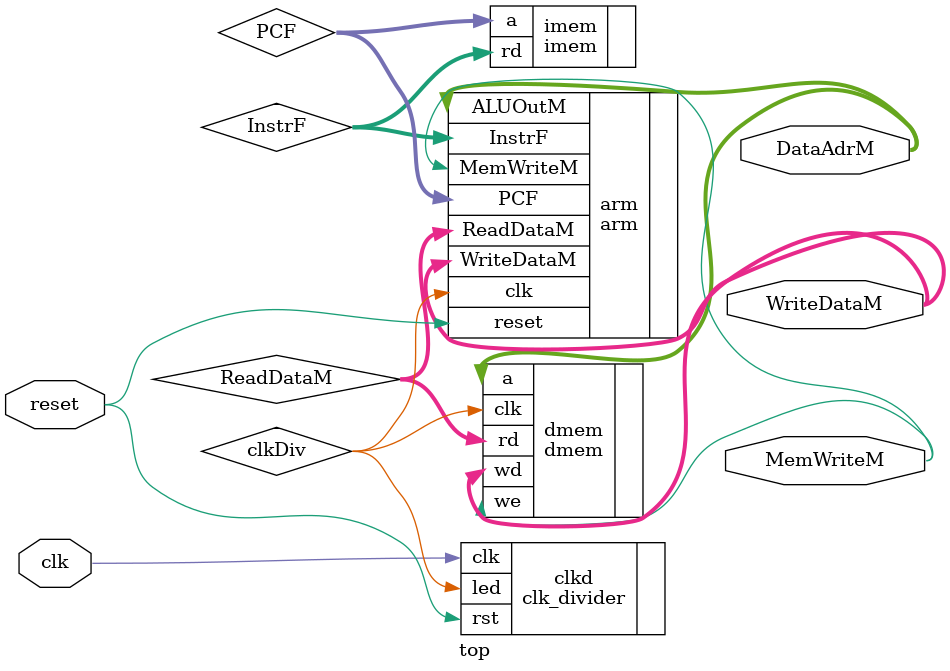
<source format=v>
module top (
    input wire clk, reset,
    output wire [31:0] WriteDataM, DataAdrM,
    output wire MemWriteM
);
    // Internal wires
    wire [31:0] PCF, InstrF, ReadDataM;
    
    // clk divider
    clk_divider #(32) clkd(
        .clk(clk),
        .rst(reset),
        .led(clkDiv)
    );

    // Instantiate processor
    arm arm(
        .clk(clkDiv),
        .reset(reset),
        .PCF(PCF),
        .InstrF(InstrF),
        .MemWriteM(MemWriteM),
        .ALUOutM(DataAdrM),
        .WriteDataM(WriteDataM),
        .ReadDataM(ReadDataM)
    );

    // Instruction memory
    imem imem(
        .a(PCF),
        .rd(InstrF)
    );

    // Data memory
    dmem dmem(
        .clk(clkDiv),
        .we(MemWriteM),
        .a(DataAdrM),
        .wd(WriteDataM),
        .rd(ReadDataM)
    );

endmodule

</source>
